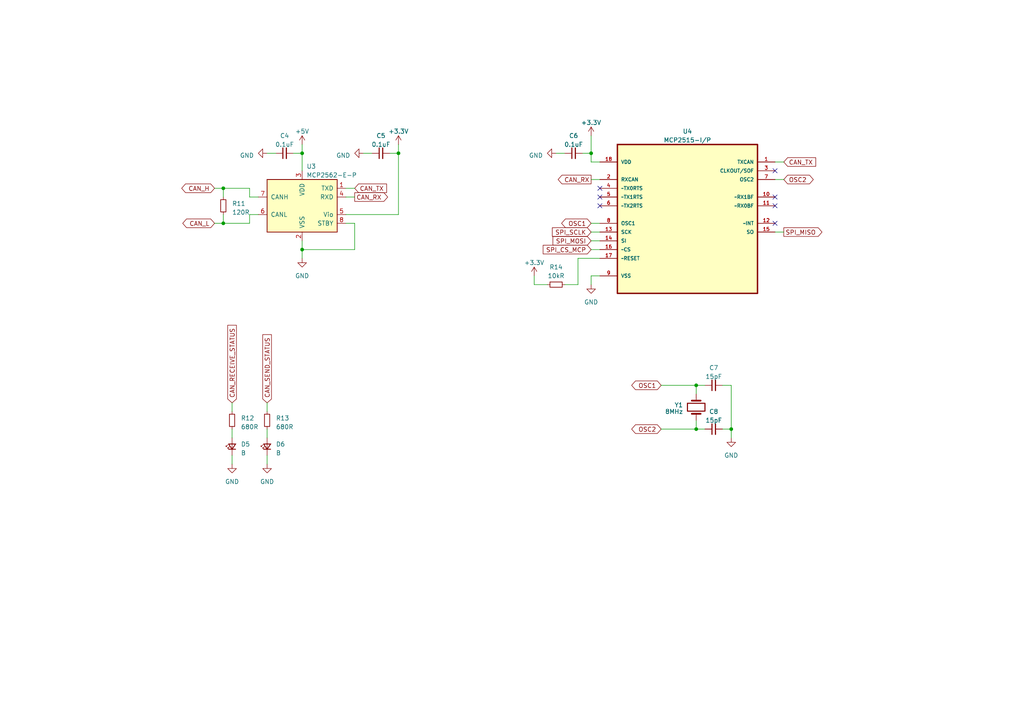
<source format=kicad_sch>
(kicad_sch (version 20231120) (generator "eeschema") (generator_version "8.0")
  (paper "A4")
  (lib_symbols
    (symbol "Device:C_Small" (pin_numbers hide) (pin_names (offset 0.254) hide)
      (property "Reference" "C" (at 0.254 1.778 0))
      (property "Value" "C_Small" (at 0.254 -2.032 0))
      (symbol "C_Small_0_1"
        (polyline (pts (xy -1.524 -0.508) (xy 1.524 -0.508)) (stroke (width 0.3302)))
        (polyline (pts (xy -1.524 0.508) (xy 1.524 0.508)) (stroke (width 0.3048)))
      )
      (symbol "C_Small_1_1"
        (pin passive line (at 0 2.54 270) (length 2.032) (name "~") (number "1"))
        (pin passive line (at 0 -2.54 90) (length 2.032) (name "~") (number "2"))
      )
    )
    (symbol "Device:Crystal" (pin_numbers hide) (pin_names (offset 1.016) hide)
      (property "Reference" "Y" (at 0 3.81 0))
      (property "Value" "Crystal" (at 0 -3.81 0))
      (symbol "Crystal_0_1"
        (rectangle (start -1.143 2.54) (end 1.143 -2.54) (stroke (width 0.3048)))
        (polyline (pts (xy -2.54 0) (xy -1.905 0)))
        (polyline (pts (xy -1.905 -1.27) (xy -1.905 1.27)) (stroke (width 0.508)))
        (polyline (pts (xy 1.905 -1.27) (xy 1.905 1.27)) (stroke (width 0.508)))
        (polyline (pts (xy 2.54 0) (xy 1.905 0)))
      )
      (symbol "Crystal_1_1"
        (pin passive line (at -3.81 0 0) (length 1.27) (name "1") (number "1"))
        (pin passive line (at 3.81 0 180) (length 1.27) (name "2") (number "2"))
      )
    )
    (symbol "Device:LED_Small" (pin_numbers hide) (pin_names (offset 0.254) hide)
      (property "Reference" "D" (at -1.27 3.175 0))
      (property "Value" "LED_Small" (at -4.445 -2.54 0))
      (symbol "LED_Small_0_1"
        (polyline (pts (xy -0.762 -1.016) (xy -0.762 1.016)) (stroke (width 0.254)))
        (polyline (pts (xy 1.016 0) (xy -0.762 0)))
        (polyline (pts (xy 0.762 -1.016) (xy -0.762 0) (xy 0.762 1.016) (xy 0.762 -1.016)) (stroke (width 0.254)))
        (polyline (pts (xy 0 0.762) (xy -0.508 1.27) (xy -0.254 1.27) (xy -0.508 1.27) (xy -0.508 1.016)))
        (polyline (pts (xy 0.508 1.27) (xy 0 1.778) (xy 0.254 1.778) (xy 0 1.778) (xy 0 1.524)))
      )
      (symbol "LED_Small_1_1"
        (pin passive line (at -2.54 0 0) (length 1.778) (name "K") (number "1"))
        (pin passive line (at 2.54 0 180) (length 1.778) (name "A") (number "2"))
      )
    )
    (symbol "Device:R_Small" (pin_numbers hide) (pin_names (offset 0.254) hide)
      (property "Reference" "R" (at 0.762 0.508 0))
      (property "Value" "R_Small" (at 0.762 -1.016 0))
      (symbol "R_Small_0_1"
        (rectangle (start -0.762 1.778) (end 0.762 -1.778) (stroke (width 0.2032)))
      )
      (symbol "R_Small_1_1"
        (pin passive line (at 0 2.54 270) (length 0.762) (name "~") (number "1"))
        (pin passive line (at 0 -2.54 90) (length 0.762) (name "~") (number "2"))
      )
    )
    (symbol "Interface_CAN_LIN:MCP2562-E-P" (pin_names (offset 1.016))
      (property "Reference" "U" (at -10.16 8.89 0))
      (property "Value" "MCP2562-E-P" (at 2.54 8.89 0))
      (symbol "MCP2562-E-P_0_1"
        (rectangle (start -10.16 7.62) (end 10.16 -7.62) (stroke (width 0.254)) (fill (type background)))
      )
      (symbol "MCP2562-E-P_1_1"
        (pin input line (at -12.7 5.08 0) (length 2.54) (name "TXD") (number "1"))
        (pin power_in line (at 0 -10.16 90) (length 2.54) (name "VSS") (number "2"))
        (pin power_in line (at 0 10.16 270) (length 2.54) (name "VDD") (number "3"))
        (pin output line (at -12.7 2.54 0) (length 2.54) (name "RXD") (number "4"))
        (pin power_in line (at -12.7 -2.54 0) (length 2.54) (name "Vio") (number "5"))
        (pin bidirectional line (at 12.7 -2.54 180) (length 2.54) (name "CANL") (number "6"))
        (pin bidirectional line (at 12.7 2.54 180) (length 2.54) (name "CANH") (number "7"))
        (pin input line (at -12.7 -5.08 0) (length 2.54) (name "STBY") (number "8"))
      )
    )
    (symbol "MCP2515-I_P:MCP2515-I/P" (pin_names (offset 1.016))
      (property "Reference" "U" (at -5.1308 20.2692 0))
      (property "Value" "MCP2515-I{slash}P" (at -5.2324 -29.718 0))
      (symbol "MCP2515-I/P_0_0"
        (rectangle (start -20.32 -25.4) (end 20.32 17.78) (stroke (width 0.4064)) (fill (type background)))
        (pin output line (at 25.4 12.7 180) (length 5.08) (name "TXCAN") (number "1"))
        (pin output line (at 25.4 2.54 180) (length 5.08) (name "~RX1BF") (number "10"))
        (pin output line (at 25.4 0 180) (length 5.08) (name "~RX0BF") (number "11"))
        (pin output line (at 25.4 -5.08 180) (length 5.08) (name "~INT") (number "12"))
        (pin input line (at -25.4 -7.62 0) (length 5.08) (name "SCK") (number "13"))
        (pin input line (at -25.4 -10.16 0) (length 5.08) (name "SI") (number "14"))
        (pin output line (at 25.4 -7.62 180) (length 5.08) (name "SO") (number "15"))
        (pin input line (at -25.4 -12.7 0) (length 5.08) (name "~CS") (number "16"))
        (pin input line (at -25.4 -15.24 0) (length 5.08) (name "~RESET") (number "17"))
        (pin power_in line (at -25.4 12.7 0) (length 5.08) (name "VDD") (number "18"))
        (pin input line (at -25.4 7.62 0) (length 5.08) (name "RXCAN") (number "2"))
        (pin output line (at 25.4 10.16 180) (length 5.08) (name "CLKOUT/SOF") (number "3"))
        (pin input line (at -25.4 5.08 0) (length 5.08) (name "~TX0RTS") (number "4"))
        (pin input line (at -25.4 2.54 0) (length 5.08) (name "~TX1RTS") (number "5"))
        (pin input line (at -25.4 0 0) (length 5.08) (name "~TX2RTS") (number "6"))
        (pin output line (at 25.4 7.62 180) (length 5.08) (name "OSC2") (number "7"))
        (pin input line (at -25.4 -5.08 0) (length 5.08) (name "OSC1") (number "8"))
        (pin power_in line (at -25.4 -20.32 0) (length 5.08) (name "VSS") (number "9"))
      )
    )
    (symbol "power:+3.3V" (power) (pin_names (offset 0))
      (property "Value" "+3.3V" (at 0 3.556 0))
      (symbol "+3.3V_0_1"
        (polyline (pts (xy -0.762 1.27) (xy 0 2.54)))
        (polyline (pts (xy 0 0) (xy 0 2.54)))
        (polyline (pts (xy 0 2.54) (xy 0.762 1.27)))
      )
      (symbol "+3.3V_1_1"
        (pin power_in line (at 0 0 90) (length 0) hide (name "+3.3V") (number "1"))
      )
    )
    (symbol "power:+5V" (power) (pin_names (offset 0))
      (property "Value" "+5V" (at 0 3.556 0))
      (symbol "+5V_0_1"
        (polyline (pts (xy -0.762 1.27) (xy 0 2.54)))
        (polyline (pts (xy 0 0) (xy 0 2.54)))
        (polyline (pts (xy 0 2.54) (xy 0.762 1.27)))
      )
      (symbol "+5V_1_1"
        (pin power_in line (at 0 0 90) (length 0) hide (name "+5V") (number "1"))
      )
    )
    (symbol "power:GND" (power) (pin_names (offset 0))
      (property "Value" "GND" (at 0 -3.81 0))
      (symbol "GND_0_1"
        (polyline (pts (xy 0 0) (xy 0 -1.27) (xy 1.27 -1.27) (xy 0 -2.54) (xy -1.27 -1.27) (xy 0 -1.27)))
      )
      (symbol "GND_1_1"
        (pin power_in line (at 0 0 270) (length 0) hide (name "GND") (number "1"))
      )
    )
  )
  (junction (at 87.63 44.45))
  (junction (at 201.93 111.76))
  (junction (at 87.63 72.39))
  (junction (at 64.77 64.77))
  (junction (at 115.57 44.45))
  (junction (at 212.09 124.46))
  (junction (at 201.93 124.46))
  (junction (at 171.45 44.45))
  (junction (at 64.77 54.61))
  (no_connect (at 224.79 57.15))
  (no_connect (at 224.79 59.69))
  (no_connect (at 173.99 54.61))
  (no_connect (at 173.99 57.15))
  (no_connect (at 224.79 64.77))
  (no_connect (at 224.79 49.53))
  (no_connect (at 173.99 59.69))
  (wire (pts (xy 191.77 124.46) (xy 201.93 124.46)))
  (wire (pts (xy 64.77 62.23) (xy 64.77 64.77)))
  (wire (pts (xy 102.87 72.39) (xy 87.63 72.39)))
  (wire (pts (xy 171.45 67.31) (xy 173.99 67.31)))
  (wire (pts (xy 171.45 46.99) (xy 173.99 46.99)))
  (wire (pts (xy 115.57 41.91) (xy 115.57 44.45)))
  (wire (pts (xy 67.31 116.84) (xy 67.31 119.38)))
  (wire (pts (xy 171.45 80.01) (xy 173.99 80.01)))
  (wire (pts (xy 100.33 64.77) (xy 102.87 64.77)))
  (wire (pts (xy 201.93 124.46) (xy 204.47 124.46)))
  (wire (pts (xy 201.93 111.76) (xy 204.47 111.76)))
  (wire (pts (xy 171.45 64.77) (xy 173.99 64.77)))
  (wire (pts (xy 77.47 132.08) (xy 77.47 134.62)))
  (wire (pts (xy 201.93 121.92) (xy 201.93 124.46)))
  (wire (pts (xy 191.77 111.76) (xy 201.93 111.76)))
  (wire (pts (xy 212.09 127) (xy 212.09 124.46)))
  (wire (pts (xy 224.79 67.31) (xy 227.33 67.31)))
  (wire (pts (xy 171.45 44.45) (xy 171.45 46.99)))
  (wire (pts (xy 77.47 116.84) (xy 77.47 119.38)))
  (wire (pts (xy 87.63 69.85) (xy 87.63 72.39)))
  (wire (pts (xy 64.77 54.61) (xy 64.77 57.15)))
  (wire (pts (xy 171.45 72.39) (xy 173.99 72.39)))
  (wire (pts (xy 212.09 124.46) (xy 212.09 111.76)))
  (wire (pts (xy 171.45 52.07) (xy 173.99 52.07)))
  (wire (pts (xy 105.41 44.45) (xy 107.95 44.45)))
  (wire (pts (xy 173.99 74.93) (xy 167.64 74.93)))
  (wire (pts (xy 115.57 44.45) (xy 115.57 62.23)))
  (wire (pts (xy 171.45 69.85) (xy 173.99 69.85)))
  (wire (pts (xy 62.23 54.61) (xy 64.77 54.61)))
  (wire (pts (xy 67.31 124.46) (xy 67.31 127)))
  (wire (pts (xy 64.77 54.61) (xy 72.39 54.61)))
  (wire (pts (xy 74.93 62.23) (xy 72.39 62.23)))
  (wire (pts (xy 209.55 111.76) (xy 212.09 111.76)))
  (wire (pts (xy 77.47 44.45) (xy 80.01 44.45)))
  (wire (pts (xy 87.63 44.45) (xy 87.63 49.53)))
  (wire (pts (xy 67.31 132.08) (xy 67.31 134.62)))
  (wire (pts (xy 171.45 39.37) (xy 171.45 44.45)))
  (wire (pts (xy 168.91 44.45) (xy 171.45 44.45)))
  (wire (pts (xy 62.23 64.77) (xy 64.77 64.77)))
  (wire (pts (xy 161.29 44.45) (xy 163.83 44.45)))
  (wire (pts (xy 100.33 57.15) (xy 102.87 57.15)))
  (wire (pts (xy 77.47 124.46) (xy 77.47 127)))
  (wire (pts (xy 64.77 64.77) (xy 72.39 64.77)))
  (wire (pts (xy 87.63 72.39) (xy 87.63 74.93)))
  (wire (pts (xy 167.64 82.55) (xy 163.83 82.55)))
  (wire (pts (xy 102.87 64.77) (xy 102.87 72.39)))
  (wire (pts (xy 72.39 57.15) (xy 72.39 54.61)))
  (wire (pts (xy 72.39 62.23) (xy 72.39 64.77)))
  (wire (pts (xy 100.33 62.23) (xy 115.57 62.23)))
  (wire (pts (xy 201.93 114.3) (xy 201.93 111.76)))
  (wire (pts (xy 154.94 82.55) (xy 154.94 80.01)))
  (wire (pts (xy 209.55 124.46) (xy 212.09 124.46)))
  (wire (pts (xy 224.79 46.99) (xy 227.33 46.99)))
  (wire (pts (xy 100.33 54.61) (xy 102.87 54.61)))
  (wire (pts (xy 154.94 82.55) (xy 158.75 82.55)))
  (wire (pts (xy 171.45 82.55) (xy 171.45 80.01)))
  (wire (pts (xy 74.93 57.15) (xy 72.39 57.15)))
  (wire (pts (xy 87.63 41.91) (xy 87.63 44.45)))
  (wire (pts (xy 113.03 44.45) (xy 115.57 44.45)))
  (wire (pts (xy 224.79 52.07) (xy 227.33 52.07)))
  (wire (pts (xy 85.09 44.45) (xy 87.63 44.45)))
  (wire (pts (xy 167.64 74.93) (xy 167.64 82.55)))
  (global_label "CAN_L" (shape bidirectional) (at 62.23 64.77 180) (property "Intersheetrefs" "${INTERSHEET_REFS}" (effects (hide yes))))
  (global_label "SPI_MOSI" (shape input) (at 171.45 69.85 180) (property "Intersheetrefs" "${INTERSHEET_REFS}" (effects (hide yes))))
  (global_label "CAN_RX" (shape output) (at 102.87 57.15 0) (property "Intersheetrefs" "${INTERSHEET_REFS}" (effects (hide yes))))
  (global_label "CAN_TX" (shape input) (at 102.87 54.61 0) (property "Intersheetrefs" "${INTERSHEET_REFS}" (effects (hide yes))))
  (global_label "CAN_RX" (shape output) (at 171.45 52.07 180) (property "Intersheetrefs" "${INTERSHEET_REFS}" (effects (hide yes))))
  (global_label "OSC1" (shape bidirectional) (at 191.77 111.76 180) (property "Intersheetrefs" "${INTERSHEET_REFS}" (effects (hide yes))))
  (global_label "SPI_MISO" (shape output) (at 227.33 67.31 0) (property "Intersheetrefs" "${INTERSHEET_REFS}" (effects (hide yes))))
  (global_label "OSC2" (shape bidirectional) (at 227.33 52.07 0) (property "Intersheetrefs" "${INTERSHEET_REFS}" (effects (hide yes))))
  (global_label "CAN_RECEIVE_STATUS" (shape input) (at 67.31 116.84 90) (property "Intersheetrefs" "${INTERSHEET_REFS}" (effects (hide yes))))
  (global_label "SPI_CS_MCP" (shape input) (at 171.45 72.39 180) (property "Intersheetrefs" "${INTERSHEET_REFS}" (effects (hide yes))))
  (global_label "CAN_TX" (shape input) (at 227.33 46.99 0) (property "Intersheetrefs" "${INTERSHEET_REFS}" (effects (hide yes))))
  (global_label "SPI_SCLK" (shape input) (at 171.45 67.31 180) (property "Intersheetrefs" "${INTERSHEET_REFS}" (effects (hide yes))))
  (global_label "OSC1" (shape bidirectional) (at 171.45 64.77 180) (property "Intersheetrefs" "${INTERSHEET_REFS}" (effects (hide yes))))
  (global_label "CAN_H" (shape bidirectional) (at 62.23 54.61 180) (property "Intersheetrefs" "${INTERSHEET_REFS}" (effects (hide yes))))
  (global_label "OSC2" (shape bidirectional) (at 191.77 124.46 180) (property "Intersheetrefs" "${INTERSHEET_REFS}" (effects (hide yes))))
  (global_label "CAN_SEND_STATUS" (shape input) (at 77.47 116.84 90) (property "Intersheetrefs" "${INTERSHEET_REFS}" (effects (hide yes))))
  (symbol (lib_id "Device:Crystal") (at 201.93 118.11 270) (mirror x) (unit 1)
    (property "Reference" "Y1" (at 198.12 117.475 90) (effects (justify right)))
    (property "Value" "8MHz" (at 198.12 119.38 90) (effects (justify right)))
    (property "Footprint" "Crystal:Crystal_SMD_HC49-SD" (effects (hide yes)))
    (property "Datasheet" "https://akizukidenshi.com/catalog/g/gP-08667/" (effects (hide yes)))
  )
  (symbol (lib_id "Device:C_Small") (at 82.55 44.45 90) (unit 1)
    (property "Reference" "C4" (at 82.5563 39.37 90))
    (property "Value" "0.1uF" (at 82.5563 41.91 90))
    (property "Footprint" "Capacitor_SMD:C_0603_1608Metric_Pad1.08x0.95mm_HandSolder" (effects (hide yes)))
    (property "Datasheet" "https://akizukidenshi.com/catalog/g/gP-16143/" (effects (hide yes)))
  )
  (symbol (lib_id "Device:R_Small") (at 161.29 82.55 90) (unit 1)
    (property "Reference" "R14" (at 161.29 77.47 90))
    (property "Value" "10kR" (at 161.29 80.01 90))
    (property "Footprint" "Resistor_SMD:R_0603_1608Metric_Pad0.98x0.95mm_HandSolder" (effects (hide yes)))
    (property "Datasheet" "https://www.chip1stop.com/view/dispDetail/DispDetail?partId=ROHM-0021098" (effects (hide yes)))
  )
  (symbol (lib_id "Device:C_Small") (at 166.37 44.45 90) (unit 1)
    (property "Reference" "C6" (at 166.3763 39.37 90))
    (property "Value" "0.1uF" (at 166.3763 41.91 90))
    (property "Footprint" "Capacitor_SMD:C_0603_1608Metric_Pad1.08x0.95mm_HandSolder" (effects (hide yes)))
    (property "Datasheet" "https://akizukidenshi.com/catalog/g/gP-16143/" (effects (hide yes)))
  )
  (symbol (lib_id "MCP2515-I_P:MCP2515-I/P") (at 199.39 59.69 0) (unit 1)
    (property "Reference" "U4" (at 199.39 38.1 0))
    (property "Value" "MCP2515-I/P" (at 199.39 40.64 0))
    (property "Footprint" "Package_DIP:DIP-18_W7.62mm" (effects (hide yes)))
    (property "Datasheet" "https://akizukidenshi.com/catalog/g/gI-12030/" (effects (hide yes)))
    (property "MPN" "MCP2515-I/P" (effects (hide yes)))
    (property "OC_FARNELL" "1439391" (effects (hide yes)))
    (property "PACKAGE" "PDIP-18" (effects (hide yes)))
    (property "SUPPLIER" "MICROCHIP" (effects (hide yes)))
    (property "DESCRIPTION" "CAN CONTRL" (effects (hide yes)))
    (property "OC_NEWARK" "61K2945" (effects (hide yes)))
  )
  (symbol (lib_id "power:GND") (at 67.31 134.62 0) (unit 1)
    (property "Reference" "#PWR019" (effects (hide yes)))
    (property "Value" "GND" (at 67.31 139.7 0))
  )
  (symbol (lib_id "power:+5V") (at 87.63 41.91 0) (unit 1)
    (property "Reference" "#PWR022" (effects (hide yes)))
    (property "Value" "+5V" (at 87.63 38.1 0))
  )
  (symbol (lib_id "Interface_CAN_LIN:MCP2562-E-P") (at 87.63 59.69 0) (mirror y) (unit 1)
    (property "Reference" "U3" (at 88.9 48.26 0) (effects (justify right)))
    (property "Value" "MCP2562-E-P" (at 88.9 50.8 0) (effects (justify right)))
    (property "Footprint" "Package_DIP:DIP-8_W7.62mm" (effects (hide yes)))
    (property "Datasheet" "https://akizukidenshi.com/catalog/g/gI-14383/" (effects (hide yes)))
  )
  (symbol (lib_id "Device:C_Small") (at 207.01 111.76 90) (unit 1)
    (property "Reference" "C7" (at 207.0163 106.68 90))
    (property "Value" "15pF" (at 207.0163 109.22 90))
    (property "Footprint" "Capacitor_SMD:C_0603_1608Metric_Pad1.08x0.95mm_HandSolder" (effects (hide yes)))
    (property "Datasheet" "https://akizukidenshi.com/catalog/g/gP-16143/" (effects (hide yes)))
  )
  (symbol (lib_id "Device:LED_Small") (at 67.31 129.54 90) (unit 1)
    (property "Reference" "D5" (at 69.85 128.8415 90) (effects (justify right)))
    (property "Value" "B" (at 69.85 131.3815 90) (effects (justify right)))
    (property "Footprint" "LED_SMD:LED_0603_1608Metric_Pad1.05x0.95mm_HandSolder" (effects (hide yes)))
    (property "Datasheet" "https://akizukidenshi.com/catalog/g/gI-03982/" (effects (hide yes)))
  )
  (symbol (lib_id "Device:C_Small") (at 207.01 124.46 90) (unit 1)
    (property "Reference" "C8" (at 207.0163 119.38 90))
    (property "Value" "15pF" (at 207.0163 121.92 90))
    (property "Footprint" "Capacitor_SMD:C_0603_1608Metric_Pad1.08x0.95mm_HandSolder" (effects (hide yes)))
    (property "Datasheet" "https://akizukidenshi.com/catalog/g/gP-16143/" (effects (hide yes)))
  )
  (symbol (lib_id "power:GND") (at 77.47 44.45 270) (unit 1)
    (property "Reference" "#PWR020" (effects (hide yes)))
    (property "Value" "GND" (at 73.66 45.085 90) (effects (justify right)))
  )
  (symbol (lib_id "power:+3.3V") (at 171.45 39.37 0) (unit 1)
    (property "Reference" "#PWR028" (effects (hide yes)))
    (property "Value" "+3.3V" (at 171.45 35.56 0))
  )
  (symbol (lib_id "power:GND") (at 171.45 82.55 0) (unit 1)
    (property "Reference" "#PWR029" (effects (hide yes)))
    (property "Value" "GND" (at 171.45 87.63 0))
  )
  (symbol (lib_id "Device:C_Small") (at 110.49 44.45 90) (unit 1)
    (property "Reference" "C5" (at 110.4963 39.37 90))
    (property "Value" "0.1uF" (at 110.4963 41.91 90))
    (property "Footprint" "Capacitor_SMD:C_0603_1608Metric_Pad1.08x0.95mm_HandSolder" (effects (hide yes)))
    (property "Datasheet" "https://akizukidenshi.com/catalog/g/gP-16143/" (effects (hide yes)))
  )
  (symbol (lib_id "power:GND") (at 87.63 74.93 0) (unit 1)
    (property "Reference" "#PWR023" (effects (hide yes)))
    (property "Value" "GND" (at 87.63 80.01 0))
  )
  (symbol (lib_id "power:+3.3V") (at 154.94 80.01 0) (unit 1)
    (property "Reference" "#PWR026" (effects (hide yes)))
    (property "Value" "+3.3V" (at 154.94 76.2 0))
  )
  (symbol (lib_id "power:GND") (at 161.29 44.45 270) (unit 1)
    (property "Reference" "#PWR027" (effects (hide yes)))
    (property "Value" "GND" (at 157.48 45.085 90) (effects (justify right)))
  )
  (symbol (lib_id "power:GND") (at 77.47 134.62 0) (unit 1)
    (property "Reference" "#PWR021" (effects (hide yes)))
    (property "Value" "GND" (at 77.47 139.7 0))
  )
  (symbol (lib_id "Device:R_Small") (at 64.77 59.69 0) (unit 1)
    (property "Reference" "R11" (at 67.31 59.055 0) (effects (justify left)))
    (property "Value" "120R" (at 67.31 61.595 0) (effects (justify left)))
    (property "Footprint" "Resistor_SMD:R_0603_1608Metric_Pad0.98x0.95mm_HandSolder" (effects (hide yes)))
    (property "Datasheet" "https://www.chip1stop.com/view/dispDetail/DispDetail?partId=ROHM-0040116" (effects (hide yes)))
  )
  (symbol (lib_id "Device:R_Small") (at 67.31 121.92 0) (unit 1)
    (property "Reference" "R12" (at 69.85 121.285 0) (effects (justify left)))
    (property "Value" "680R" (at 69.85 123.825 0) (effects (justify left)))
    (property "Footprint" "Resistor_SMD:R_0603_1608Metric_Pad0.98x0.95mm_HandSolder" (effects (hide yes)))
    (property "Datasheet" "https://www.chip1stop.com/view/dispDetail/DispDetail?partId=ROHM-0040175" (effects (hide yes)))
  )
  (symbol (lib_id "Device:R_Small") (at 77.47 121.92 0) (unit 1)
    (property "Reference" "R13" (at 80.01 121.285 0) (effects (justify left)))
    (property "Value" "680R" (at 80.01 123.825 0) (effects (justify left)))
    (property "Footprint" "Resistor_SMD:R_0603_1608Metric_Pad0.98x0.95mm_HandSolder" (effects (hide yes)))
    (property "Datasheet" "https://www.chip1stop.com/view/dispDetail/DispDetail?partId=ROHM-0040175" (effects (hide yes)))
  )
  (symbol (lib_id "power:+3.3V") (at 115.57 41.91 0) (unit 1)
    (property "Reference" "#PWR025" (effects (hide yes)))
    (property "Value" "+3.3V" (at 115.57 38.1 0))
  )
  (symbol (lib_id "Device:LED_Small") (at 77.47 129.54 90) (unit 1)
    (property "Reference" "D6" (at 80.01 128.8415 90) (effects (justify right)))
    (property "Value" "B" (at 80.01 131.3815 90) (effects (justify right)))
    (property "Footprint" "LED_SMD:LED_0603_1608Metric_Pad1.05x0.95mm_HandSolder" (effects (hide yes)))
    (property "Datasheet" "https://akizukidenshi.com/catalog/g/gI-03982/" (effects (hide yes)))
  )
  (symbol (lib_id "power:GND") (at 105.41 44.45 270) (unit 1)
    (property "Reference" "#PWR024" (effects (hide yes)))
    (property "Value" "GND" (at 101.6 45.085 90) (effects (justify right)))
  )
  (symbol (lib_id "power:GND") (at 212.09 127 0) (unit 1)
    (property "Reference" "#PWR030" (effects (hide yes)))
    (property "Value" "GND" (at 212.09 132.08 0))
  )
)
</source>
